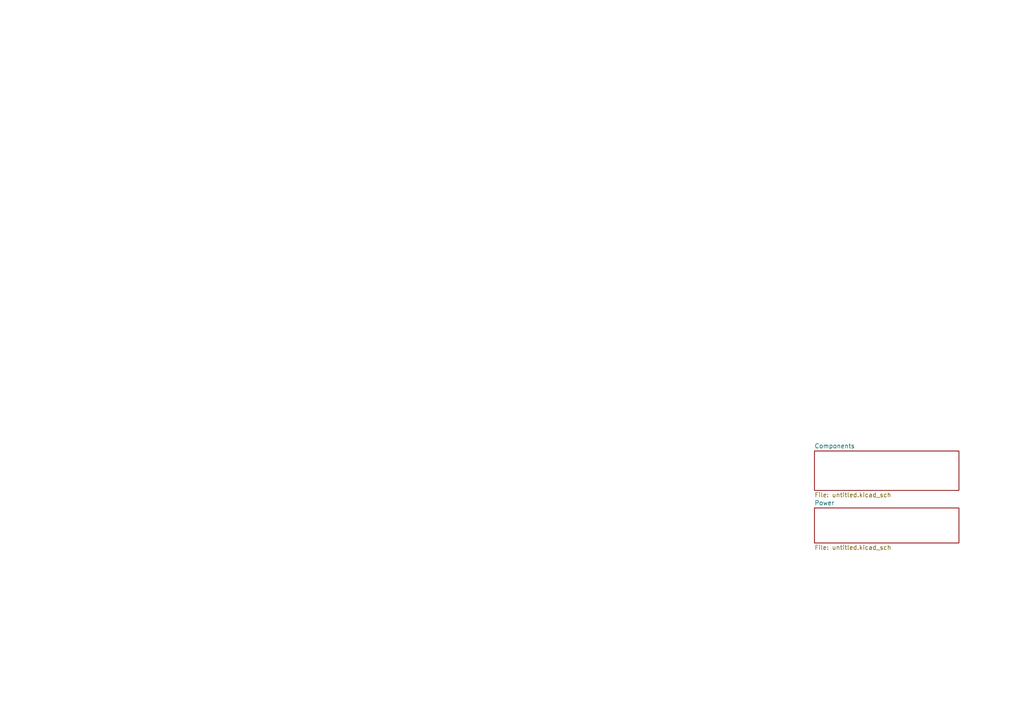
<source format=kicad_sch>
(kicad_sch
	(version 20231120)
	(generator "eeschema")
	(generator_version "8.0")
	(uuid "5a4ad3bc-9941-4ffe-927f-59f21f08105e")
	(paper "A4")
	(lib_symbols)
	(sheet
		(at 236.22 130.81)
		(size 41.91 11.43)
		(fields_autoplaced yes)
		(stroke
			(width 0.1524)
			(type solid)
		)
		(fill
			(color 0 0 0 0.0000)
		)
		(uuid "24d14827-fafd-4f0b-a342-fa17bf9504a0")
		(property "Sheetname" "Components"
			(at 236.22 130.0984 0)
			(effects
				(font
					(size 1.27 1.27)
				)
				(justify left bottom)
			)
		)
		(property "Sheetfile" "untitled.kicad_sch"
			(at 236.22 142.8246 0)
			(effects
				(font
					(size 1.27 1.27)
				)
				(justify left top)
			)
		)
		(instances
			(project "WLM"
				(path "/5a4ad3bc-9941-4ffe-927f-59f21f08105e"
					(page "3")
				)
			)
		)
	)
	(sheet
		(at 236.22 147.32)
		(size 41.91 10.16)
		(fields_autoplaced yes)
		(stroke
			(width 0.1524)
			(type solid)
		)
		(fill
			(color 0 0 0 0.0000)
		)
		(uuid "39e334a6-7b58-4346-9167-b258adbc96ff")
		(property "Sheetname" "Power"
			(at 236.22 146.6084 0)
			(effects
				(font
					(size 1.27 1.27)
				)
				(justify left bottom)
			)
		)
		(property "Sheetfile" "untitled.kicad_sch"
			(at 236.22 158.0646 0)
			(effects
				(font
					(size 1.27 1.27)
				)
				(justify left top)
			)
		)
		(instances
			(project "WLM"
				(path "/5a4ad3bc-9941-4ffe-927f-59f21f08105e"
					(page "2")
				)
			)
		)
	)
	(sheet_instances
		(path "/"
			(page "1")
		)
	)
)

</source>
